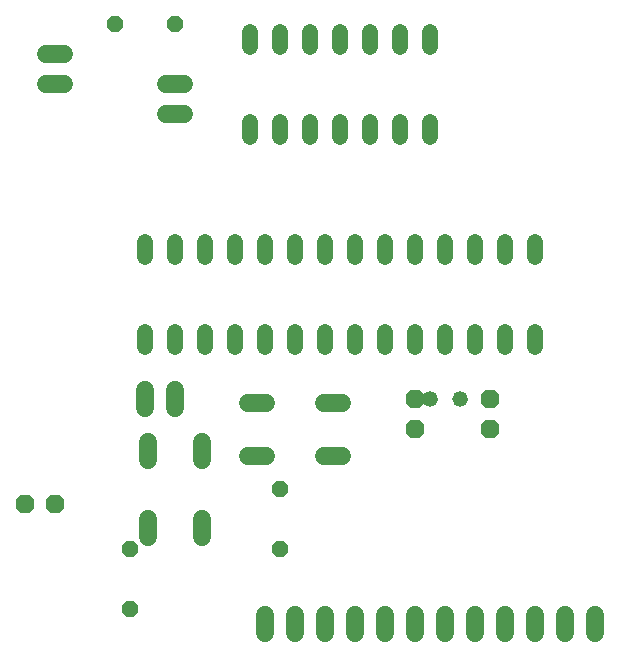
<source format=gtl>
G75*
%MOIN*%
%OFA0B0*%
%FSLAX25Y25*%
%IPPOS*%
%LPD*%
%AMOC8*
5,1,8,0,0,1.08239X$1,22.5*
%
%ADD10OC8,0.06300*%
%ADD11C,0.05200*%
%ADD12C,0.06000*%
%ADD13C,0.05200*%
%ADD14OC8,0.05200*%
D10*
X0011800Y0071800D03*
X0021800Y0071800D03*
X0141800Y0096800D03*
X0141800Y0106800D03*
X0166800Y0106800D03*
X0166800Y0096800D03*
D11*
X0161800Y0124200D02*
X0161800Y0129400D01*
X0151800Y0129400D02*
X0151800Y0124200D01*
X0141800Y0124200D02*
X0141800Y0129400D01*
X0131800Y0129400D02*
X0131800Y0124200D01*
X0121800Y0124200D02*
X0121800Y0129400D01*
X0111800Y0129400D02*
X0111800Y0124200D01*
X0101800Y0124200D02*
X0101800Y0129400D01*
X0091800Y0129400D02*
X0091800Y0124200D01*
X0081800Y0124200D02*
X0081800Y0129400D01*
X0071800Y0129400D02*
X0071800Y0124200D01*
X0061800Y0124200D02*
X0061800Y0129400D01*
X0051800Y0129400D02*
X0051800Y0124200D01*
X0051800Y0154200D02*
X0051800Y0159400D01*
X0061800Y0159400D02*
X0061800Y0154200D01*
X0071800Y0154200D02*
X0071800Y0159400D01*
X0081800Y0159400D02*
X0081800Y0154200D01*
X0091800Y0154200D02*
X0091800Y0159400D01*
X0101800Y0159400D02*
X0101800Y0154200D01*
X0111800Y0154200D02*
X0111800Y0159400D01*
X0121800Y0159400D02*
X0121800Y0154200D01*
X0131800Y0154200D02*
X0131800Y0159400D01*
X0141800Y0159400D02*
X0141800Y0154200D01*
X0151800Y0154200D02*
X0151800Y0159400D01*
X0161800Y0159400D02*
X0161800Y0154200D01*
X0171800Y0154200D02*
X0171800Y0159400D01*
X0181800Y0159400D02*
X0181800Y0154200D01*
X0181800Y0129400D02*
X0181800Y0124200D01*
X0171800Y0124200D02*
X0171800Y0129400D01*
X0146800Y0194200D02*
X0146800Y0199400D01*
X0136800Y0199400D02*
X0136800Y0194200D01*
X0126800Y0194200D02*
X0126800Y0199400D01*
X0116800Y0199400D02*
X0116800Y0194200D01*
X0106800Y0194200D02*
X0106800Y0199400D01*
X0096800Y0199400D02*
X0096800Y0194200D01*
X0086800Y0194200D02*
X0086800Y0199400D01*
X0086800Y0224200D02*
X0086800Y0229400D01*
X0096800Y0229400D02*
X0096800Y0224200D01*
X0106800Y0224200D02*
X0106800Y0229400D01*
X0116800Y0229400D02*
X0116800Y0224200D01*
X0126800Y0224200D02*
X0126800Y0229400D01*
X0136800Y0229400D02*
X0136800Y0224200D01*
X0146800Y0224200D02*
X0146800Y0229400D01*
D12*
X0064800Y0211800D02*
X0058800Y0211800D01*
X0058800Y0201800D02*
X0064800Y0201800D01*
X0024800Y0211800D02*
X0018800Y0211800D01*
X0018800Y0221800D02*
X0024800Y0221800D01*
X0051800Y0109800D02*
X0051800Y0103800D01*
X0052900Y0092600D02*
X0052900Y0086600D01*
X0061800Y0103800D02*
X0061800Y0109800D01*
X0070700Y0092600D02*
X0070700Y0086600D01*
X0086000Y0087900D02*
X0092000Y0087900D01*
X0092000Y0105700D02*
X0086000Y0105700D01*
X0111600Y0105700D02*
X0117600Y0105700D01*
X0117600Y0087900D02*
X0111600Y0087900D01*
X0070700Y0067000D02*
X0070700Y0061000D01*
X0052900Y0061000D02*
X0052900Y0067000D01*
X0091800Y0034800D02*
X0091800Y0028800D01*
X0101800Y0028800D02*
X0101800Y0034800D01*
X0111800Y0034800D02*
X0111800Y0028800D01*
X0121800Y0028800D02*
X0121800Y0034800D01*
X0131800Y0034800D02*
X0131800Y0028800D01*
X0141800Y0028800D02*
X0141800Y0034800D01*
X0151800Y0034800D02*
X0151800Y0028800D01*
X0161800Y0028800D02*
X0161800Y0034800D01*
X0171800Y0034800D02*
X0171800Y0028800D01*
X0181800Y0028800D02*
X0181800Y0034800D01*
X0191800Y0034800D02*
X0191800Y0028800D01*
X0201800Y0028800D02*
X0201800Y0034800D01*
D13*
X0156800Y0106800D03*
X0146800Y0106800D03*
D14*
X0046800Y0036800D03*
X0046800Y0056800D03*
X0096800Y0056800D03*
X0096800Y0076800D03*
X0061800Y0231800D03*
X0041800Y0231800D03*
M02*

</source>
